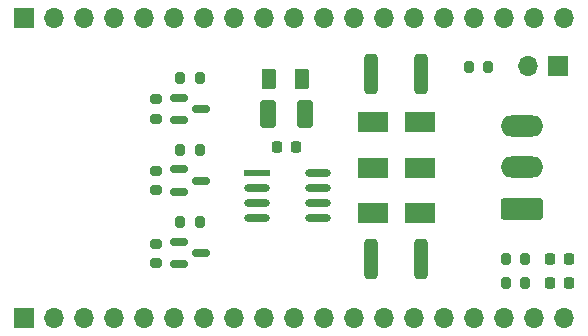
<source format=gbr>
%TF.GenerationSoftware,KiCad,Pcbnew,8.0.5*%
%TF.CreationDate,2025-01-12T16:45:05+07:00*%
%TF.ProjectId,ESP32-MODBUS-RS485-SHIELD,45535033-322d-44d4-9f44-4255532d5253,rev?*%
%TF.SameCoordinates,Original*%
%TF.FileFunction,Soldermask,Top*%
%TF.FilePolarity,Negative*%
%FSLAX46Y46*%
G04 Gerber Fmt 4.6, Leading zero omitted, Abs format (unit mm)*
G04 Created by KiCad (PCBNEW 8.0.5) date 2025-01-12 16:45:05*
%MOMM*%
%LPD*%
G01*
G04 APERTURE LIST*
G04 Aperture macros list*
%AMRoundRect*
0 Rectangle with rounded corners*
0 $1 Rounding radius*
0 $2 $3 $4 $5 $6 $7 $8 $9 X,Y pos of 4 corners*
0 Add a 4 corners polygon primitive as box body*
4,1,4,$2,$3,$4,$5,$6,$7,$8,$9,$2,$3,0*
0 Add four circle primitives for the rounded corners*
1,1,$1+$1,$2,$3*
1,1,$1+$1,$4,$5*
1,1,$1+$1,$6,$7*
1,1,$1+$1,$8,$9*
0 Add four rect primitives between the rounded corners*
20,1,$1+$1,$2,$3,$4,$5,0*
20,1,$1+$1,$4,$5,$6,$7,0*
20,1,$1+$1,$6,$7,$8,$9,0*
20,1,$1+$1,$8,$9,$2,$3,0*%
G04 Aperture macros list end*
%ADD10RoundRect,0.200000X0.200000X0.275000X-0.200000X0.275000X-0.200000X-0.275000X0.200000X-0.275000X0*%
%ADD11RoundRect,0.250000X0.375000X0.625000X-0.375000X0.625000X-0.375000X-0.625000X0.375000X-0.625000X0*%
%ADD12RoundRect,0.200000X0.275000X-0.200000X0.275000X0.200000X-0.275000X0.200000X-0.275000X-0.200000X0*%
%ADD13RoundRect,0.250000X0.412500X0.925000X-0.412500X0.925000X-0.412500X-0.925000X0.412500X-0.925000X0*%
%ADD14RoundRect,0.250000X1.550000X-0.650000X1.550000X0.650000X-1.550000X0.650000X-1.550000X-0.650000X0*%
%ADD15O,3.600000X1.800000*%
%ADD16R,1.700000X1.700000*%
%ADD17O,1.700000X1.700000*%
%ADD18RoundRect,0.150000X-0.587500X-0.150000X0.587500X-0.150000X0.587500X0.150000X-0.587500X0.150000X0*%
%ADD19RoundRect,0.218750X0.218750X0.256250X-0.218750X0.256250X-0.218750X-0.256250X0.218750X-0.256250X0*%
%ADD20RoundRect,0.250000X-0.312500X-1.450000X0.312500X-1.450000X0.312500X1.450000X-0.312500X1.450000X0*%
%ADD21R,2.500000X1.800000*%
%ADD22RoundRect,0.225000X0.225000X0.250000X-0.225000X0.250000X-0.225000X-0.250000X0.225000X-0.250000X0*%
%ADD23R,2.200000X0.600000*%
%ADD24O,2.200000X0.600000*%
G04 APERTURE END LIST*
D10*
%TO.C,R42*%
X134725000Y-92700000D03*
X136375000Y-92700000D03*
%TD*%
D11*
%TO.C,F3*%
X145000000Y-86700000D03*
X142200000Y-86700000D03*
%TD*%
D10*
%TO.C,R40*%
X134725000Y-86650000D03*
X136375000Y-86650000D03*
%TD*%
D12*
%TO.C,R39*%
X132650000Y-100625000D03*
X132650000Y-102275000D03*
%TD*%
D13*
%TO.C,C5*%
X145237500Y-89700000D03*
X142162500Y-89700000D03*
%TD*%
D14*
%TO.C,J9*%
X163667500Y-97670000D03*
D15*
X163667500Y-94170000D03*
X163667500Y-90670000D03*
%TD*%
D16*
%TO.C,J1*%
X121490000Y-106925000D03*
D17*
X124030000Y-106925000D03*
X126570000Y-106925000D03*
X129110000Y-106925000D03*
X131650000Y-106925000D03*
X134190000Y-106925000D03*
X136730000Y-106925000D03*
X139270000Y-106925000D03*
X141810000Y-106925000D03*
X144350000Y-106925000D03*
X146890000Y-106925000D03*
X149430000Y-106925000D03*
X151970000Y-106925000D03*
X154510000Y-106925000D03*
X157050000Y-106925000D03*
X159590000Y-106925000D03*
X162130000Y-106925000D03*
X164670000Y-106925000D03*
X167210000Y-106925000D03*
%TD*%
D12*
%TO.C,R41*%
X132650000Y-88425000D03*
X132650000Y-90075000D03*
%TD*%
D18*
%TO.C,Q19*%
X134612500Y-94350000D03*
X134612500Y-96250000D03*
X136487500Y-95300000D03*
%TD*%
D19*
%TO.C,D36*%
X167587500Y-103950000D03*
X166012500Y-103950000D03*
%TD*%
D20*
%TO.C,F1*%
X150862500Y-86300000D03*
X155137500Y-86300000D03*
%TD*%
D21*
%TO.C,D34*%
X155000000Y-98050000D03*
X151000000Y-98050000D03*
%TD*%
D10*
%TO.C,R45*%
X162275000Y-103950000D03*
X163925000Y-103950000D03*
%TD*%
%TO.C,R38*%
X134725000Y-98830000D03*
X136375000Y-98830000D03*
%TD*%
%TO.C,R47*%
X162275000Y-101900000D03*
X163925000Y-101900000D03*
%TD*%
D22*
%TO.C,C3*%
X144492500Y-92450000D03*
X142942500Y-92450000D03*
%TD*%
D16*
%TO.C,J10*%
X166675000Y-85600000D03*
D17*
X164135000Y-85600000D03*
%TD*%
D21*
%TO.C,D35*%
X151000000Y-90362500D03*
X155000000Y-90362500D03*
%TD*%
D20*
%TO.C,F2*%
X150862500Y-101950000D03*
X155137500Y-101950000D03*
%TD*%
D23*
%TO.C,U11*%
X141181060Y-94645000D03*
D24*
X141181060Y-95915000D03*
X141181060Y-97185000D03*
X141181060Y-98455000D03*
X146380940Y-98455000D03*
X146380940Y-97185000D03*
X146380940Y-95915000D03*
X146380940Y-94645000D03*
%TD*%
D10*
%TO.C,R36*%
X159125000Y-85700000D03*
X160775000Y-85700000D03*
%TD*%
D12*
%TO.C,R43*%
X132650000Y-94475000D03*
X132650000Y-96125000D03*
%TD*%
D18*
%TO.C,Q18*%
X134612500Y-88300000D03*
X134612500Y-90200000D03*
X136487500Y-89250000D03*
%TD*%
D21*
%TO.C,D33*%
X155000000Y-94225000D03*
X151000000Y-94225000D03*
%TD*%
D18*
%TO.C,Q17*%
X134612500Y-100500000D03*
X134612500Y-102400000D03*
X136487500Y-101450000D03*
%TD*%
D16*
%TO.C,J2*%
X121500000Y-81500000D03*
D17*
X124040000Y-81500000D03*
X126580000Y-81500000D03*
X129120000Y-81500000D03*
X131660000Y-81500000D03*
X134200000Y-81500000D03*
X136740000Y-81500000D03*
X139280000Y-81500000D03*
X141820000Y-81500000D03*
X144360000Y-81500000D03*
X146900000Y-81500000D03*
X149440000Y-81500000D03*
X151980000Y-81500000D03*
X154520000Y-81500000D03*
X157060000Y-81500000D03*
X159600000Y-81500000D03*
X162140000Y-81500000D03*
X164680000Y-81500000D03*
X167220000Y-81500000D03*
%TD*%
D19*
%TO.C,D37*%
X167587500Y-101900000D03*
X166012500Y-101900000D03*
%TD*%
M02*

</source>
